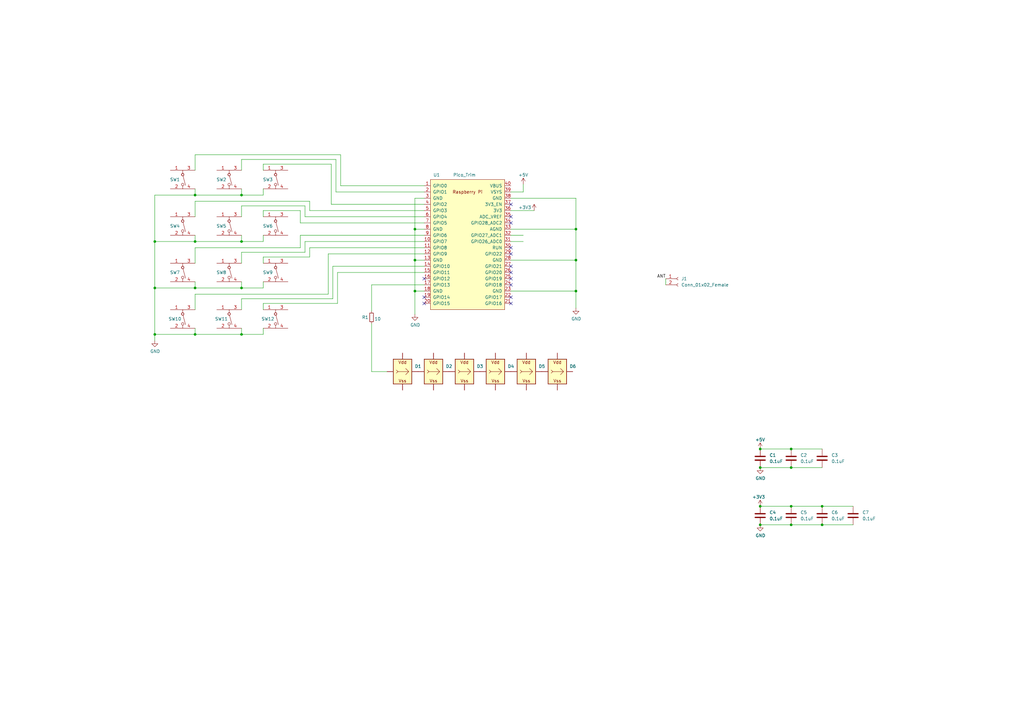
<source format=kicad_sch>
(kicad_sch (version 20230121) (generator eeschema)
  (paper "A3")
  (lib_symbols
    (symbol "Connector:Conn_01x02_Female" (pin_names (offset 1.016) hide)
      (property "Reference" "J" (at 0 2.54 0))
      (property "Value" "Conn_01x02_Female" (at 0 -5.08 0))
      (symbol "Conn_01x02_Female_1_1"
        (arc (start 0 -2.032) (mid -0.5058 -2.54) (end 0 -3.048) (stroke (width 0.1524)))
        (polyline (pts (xy -1.27 -2.54) (xy -0.508 -2.54)) (stroke (width 0.1524)))
        (polyline (pts (xy -1.27 0) (xy -0.508 0)) (stroke (width 0.1524)))
        (arc (start 0 0.508) (mid -0.5058 0) (end 0 -0.508) (stroke (width 0.1524)))
        (pin passive line (at -5.08 0 0) (length 3.81) (name "Pin_1") (number "1"))
        (pin passive line (at -5.08 -2.54 0) (length 3.81) (name "Pin_2") (number "2"))
      )
    )
    (symbol "Device:C" (pin_numbers hide) (pin_names (offset 0.254))
      (property "Reference" "C" (at 0.635 2.54 0))
      (property "Value" "C" (at 0.635 -2.54 0))
      (symbol "C_0_1"
        (polyline (pts (xy -2.032 -0.762) (xy 2.032 -0.762)) (stroke (width 0.508)))
        (polyline (pts (xy -2.032 0.762) (xy 2.032 0.762)) (stroke (width 0.508)))
      )
      (symbol "C_1_1"
        (pin passive line (at 0 3.81 270) (length 2.794) (name "~") (number "1"))
        (pin passive line (at 0 -3.81 90) (length 2.794) (name "~") (number "2"))
      )
    )
    (symbol "Device:R_Small" (pin_numbers hide) (pin_names (offset 0.254) hide)
      (property "Reference" "R" (at 0.762 0.508 0))
      (property "Value" "R_Small" (at 0.762 -1.016 0))
      (symbol "R_Small_0_1"
        (rectangle (start -0.762 1.778) (end 0.762 -1.778) (stroke (width 0.2032)))
      )
      (symbol "R_Small_1_1"
        (pin passive line (at 0 2.54 270) (length 0.762) (name "~") (number "1"))
        (pin passive line (at 0 -2.54 90) (length 0.762) (name "~") (number "2"))
      )
    )
    (symbol "aic_pico:Pico_Trim" (pin_names (offset 1.016))
      (property "Reference" "U" (at -13.97 27.94 0))
      (property "Value" "Pico_Trim" (at 0 19.05 0))
      (symbol "Pico_Trim_0_0"
        (text "Raspberry Pi" (at 0 21.59 0) (effects (font (size 1.27 1.27))))
      )
      (symbol "Pico_Trim_0_1"
        (rectangle (start -15.24 26.67) (end 15.24 -26.67) (fill (type background)))
      )
      (symbol "Pico_Trim_1_1"
        (pin bidirectional line (at -17.78 24.13 0) (length 2.54) (name "GPIO0") (number "1"))
        (pin bidirectional line (at -17.78 1.27 0) (length 2.54) (name "GPIO7") (number "10"))
        (pin bidirectional line (at -17.78 -1.27 0) (length 2.54) (name "GPIO8") (number "11"))
        (pin bidirectional line (at -17.78 -3.81 0) (length 2.54) (name "GPIO9") (number "12"))
        (pin power_in line (at -17.78 -6.35 0) (length 2.54) (name "GND") (number "13"))
        (pin bidirectional line (at -17.78 -8.89 0) (length 2.54) (name "GPIO10") (number "14"))
        (pin bidirectional line (at -17.78 -11.43 0) (length 2.54) (name "GPIO11") (number "15"))
        (pin bidirectional line (at -17.78 -13.97 0) (length 2.54) (name "GPIO12") (number "16"))
        (pin bidirectional line (at -17.78 -16.51 0) (length 2.54) (name "GPIO13") (number "17"))
        (pin power_in line (at -17.78 -19.05 0) (length 2.54) (name "GND") (number "18"))
        (pin bidirectional line (at -17.78 -21.59 0) (length 2.54) (name "GPIO14") (number "19"))
        (pin bidirectional line (at -17.78 21.59 0) (length 2.54) (name "GPIO1") (number "2"))
        (pin bidirectional line (at -17.78 -24.13 0) (length 2.54) (name "GPIO15") (number "20"))
        (pin bidirectional line (at 17.78 -24.13 180) (length 2.54) (name "GPIO16") (number "21"))
        (pin bidirectional line (at 17.78 -21.59 180) (length 2.54) (name "GPIO17") (number "22"))
        (pin power_in line (at 17.78 -19.05 180) (length 2.54) (name "GND") (number "23"))
        (pin bidirectional line (at 17.78 -16.51 180) (length 2.54) (name "GPIO18") (number "24"))
        (pin bidirectional line (at 17.78 -13.97 180) (length 2.54) (name "GPIO19") (number "25"))
        (pin bidirectional line (at 17.78 -11.43 180) (length 2.54) (name "GPIO20") (number "26"))
        (pin bidirectional line (at 17.78 -8.89 180) (length 2.54) (name "GPIO21") (number "27"))
        (pin power_in line (at 17.78 -6.35 180) (length 2.54) (name "GND") (number "28"))
        (pin bidirectional line (at 17.78 -3.81 180) (length 2.54) (name "GPIO22") (number "29"))
        (pin power_in line (at -17.78 19.05 0) (length 2.54) (name "GND") (number "3"))
        (pin input line (at 17.78 -1.27 180) (length 2.54) (name "RUN") (number "30"))
        (pin bidirectional line (at 17.78 1.27 180) (length 2.54) (name "GPIO26_ADC0") (number "31"))
        (pin bidirectional line (at 17.78 3.81 180) (length 2.54) (name "GPIO27_ADC1") (number "32"))
        (pin power_in line (at 17.78 6.35 180) (length 2.54) (name "AGND") (number "33"))
        (pin bidirectional line (at 17.78 8.89 180) (length 2.54) (name "GPIO28_ADC2") (number "34"))
        (pin unspecified line (at 17.78 11.43 180) (length 2.54) (name "ADC_VREF") (number "35"))
        (pin unspecified line (at 17.78 13.97 180) (length 2.54) (name "3V3") (number "36"))
        (pin input line (at 17.78 16.51 180) (length 2.54) (name "3V3_EN") (number "37"))
        (pin bidirectional line (at 17.78 19.05 180) (length 2.54) (name "GND") (number "38"))
        (pin unspecified line (at 17.78 21.59 180) (length 2.54) (name "VSYS") (number "39"))
        (pin bidirectional line (at -17.78 16.51 0) (length 2.54) (name "GPIO2") (number "4"))
        (pin unspecified line (at 17.78 24.13 180) (length 2.54) (name "VBUS") (number "40"))
        (pin bidirectional line (at -17.78 13.97 0) (length 2.54) (name "GPIO3") (number "5"))
        (pin bidirectional line (at -17.78 11.43 0) (length 2.54) (name "GPIO4") (number "6"))
        (pin bidirectional line (at -17.78 8.89 0) (length 2.54) (name "GPIO5") (number "7"))
        (pin power_in line (at -17.78 6.35 0) (length 2.54) (name "GND") (number "8"))
        (pin bidirectional line (at -17.78 3.81 0) (length 2.54) (name "GPIO6") (number "9"))
      )
    )
    (symbol "aic_pico:SKRR_4pin" (pin_names (offset 0) hide)
      (property "Reference" "SW?" (at -0.635 -7.62 0))
      (symbol "SKRR_4pin_0_0"
        (circle (center 0 -2.032) (radius 0.508))
        (polyline (pts (xy 0.127 1.524) (xy 1.1684 -2.3622)))
        (circle (center 0 2.032) (radius 0.508))
        (circle (center 0 2.032) (radius 0.508))
      )
      (symbol "SKRR_4pin_0_1"
        (polyline (pts (xy 0 -2.54) (xy 0 -3.81)))
        (polyline (pts (xy 0 3.81) (xy 0 2.54)))
      )
      (symbol "SKRR_4pin_1_1"
        (pin passive line (at -5.08 3.81 0) (length 5.08) (name "~") (number "1"))
        (pin passive line (at -5.08 -3.81 0) (length 5.08) (name "~") (number "2"))
        (pin passive line (at 5.08 3.81 180) (length 5.08) (name "~") (number "3"))
        (pin passive line (at 5.08 -3.81 180) (length 5.08) (name "~") (number "4"))
      )
    )
    (symbol "aic_pico:WS2812B_Unified" (pin_numbers hide) (pin_names (offset 0.254) hide)
      (property "Reference" "D10" (at 2.54 6.35 0))
      (symbol "WS2812B_Unified_0_0"
        (polyline (pts (xy -1.905 0) (xy 2.54 0) (xy 1.27 1.27)))
        (text "Vdd" (at 0 3.81 0) (effects (font (size 1.27 1.27))))
        (text "Vss" (at 0 -3.81 0) (effects (font (size 1.27 1.27))))
      )
      (symbol "WS2812B_Unified_0_1"
        (rectangle (start -3.81 5.08) (end 3.81 -5.08) (stroke (width 0.254)) (fill (type background)))
        (polyline (pts (xy 1.27 -1.27) (xy 2.54 0)))
        (polyline (pts (xy -2.54 0.635) (xy -1.905 0) (xy -2.54 -0.635)))
      )
      (symbol "WS2812B_Unified_1_1"
        (pin power_in line (at 0 -7.62 90) (length 2.54) (name "VSS") (number "G"))
        (pin input line (at -6.35 0 0) (length 2.54) (name "In") (number "I"))
        (pin output line (at 6.35 0 180) (length 2.54) (name "Out") (number "O"))
        (pin power_in line (at 0 7.62 270) (length 2.54) (name "VDD") (number "V"))
      )
    )
    (symbol "power:+3V3" (power) (pin_names (offset 0))
      (property "Value" "+3V3" (at 0 3.556 0))
      (symbol "+3V3_0_1"
        (polyline (pts (xy -0.762 1.27) (xy 0 2.54)))
        (polyline (pts (xy 0 0) (xy 0 2.54)))
        (polyline (pts (xy 0 2.54) (xy 0.762 1.27)))
      )
      (symbol "+3V3_1_1"
        (pin power_in line (at 0 0 90) (length 0) hide (name "+3V3") (number "1"))
      )
    )
    (symbol "power:+5V" (power) (pin_names (offset 0))
      (property "Value" "+5V" (at 0 3.556 0))
      (symbol "+5V_0_1"
        (polyline (pts (xy -0.762 1.27) (xy 0 2.54)))
        (polyline (pts (xy 0 0) (xy 0 2.54)))
        (polyline (pts (xy 0 2.54) (xy 0.762 1.27)))
      )
      (symbol "+5V_1_1"
        (pin power_in line (at 0 0 90) (length 0) hide (name "+5V") (number "1"))
      )
    )
    (symbol "power:GND" (power) (pin_names (offset 0))
      (property "Value" "GND" (at 0 -3.81 0))
      (symbol "GND_0_1"
        (polyline (pts (xy 0 0) (xy 0 -1.27) (xy 1.27 -1.27) (xy 0 -2.54) (xy -1.27 -1.27) (xy 0 -1.27)))
      )
      (symbol "GND_1_1"
        (pin power_in line (at 0 0 270) (length 0) hide (name "GND") (number "1"))
      )
    )
  )
  (junction (at 80.01 118.11))
  (junction (at 63.5 118.11))
  (junction (at 80.01 137.16))
  (junction (at 311.785 207.645))
  (junction (at 337.185 207.645))
  (junction (at 311.785 215.265))
  (junction (at 324.485 191.77))
  (junction (at 311.785 184.15))
  (junction (at 337.185 215.265))
  (junction (at 170.18 119.38))
  (junction (at 311.785 191.77))
  (junction (at 63.5 99.06))
  (junction (at 99.06 99.06))
  (junction (at 80.01 80.01))
  (junction (at 99.06 118.11))
  (junction (at 99.06 137.16))
  (junction (at 63.5 137.16))
  (junction (at 324.485 207.645))
  (junction (at 324.485 184.15))
  (junction (at 170.18 106.68))
  (junction (at 324.485 215.265))
  (junction (at 170.18 93.98))
  (junction (at 99.06 80.01))
  (junction (at 236.22 106.68))
  (junction (at 236.22 93.98))
  (junction (at 236.22 119.38))
  (junction (at 80.01 99.06))
  (no_connect (at 209.55 101.6))
  (no_connect (at 209.55 104.14))
  (no_connect (at 209.55 109.22))
  (no_connect (at 209.55 111.76))
  (no_connect (at 209.55 114.3))
  (no_connect (at 209.55 83.82))
  (no_connect (at 209.55 88.9))
  (no_connect (at 173.99 121.92))
  (no_connect (at 209.55 91.44))
  (no_connect (at 173.99 124.46))
  (no_connect (at 209.55 116.84))
  (no_connect (at 173.99 114.3))
  (no_connect (at 209.55 121.92))
  (no_connect (at 209.55 124.46))
  (wire (pts (xy 138.43 111.76) (xy 138.43 124.46)))
  (wire (pts (xy 99.06 122.555) (xy 99.06 127)))
  (wire (pts (xy 134.62 120.65) (xy 80.01 120.65)))
  (wire (pts (xy 209.55 86.36) (xy 219.075 86.36)))
  (wire (pts (xy 63.5 80.01) (xy 80.01 80.01)))
  (wire (pts (xy 170.18 81.28) (xy 170.18 93.98)))
  (wire (pts (xy 173.99 116.84) (xy 152.4 116.84)))
  (wire (pts (xy 209.55 119.38) (xy 236.22 119.38)))
  (wire (pts (xy 125.095 103.505) (xy 99.06 103.505)))
  (wire (pts (xy 107.95 134.62) (xy 107.95 137.16)))
  (wire (pts (xy 236.22 81.28) (xy 236.22 93.98)))
  (wire (pts (xy 99.06 118.11) (xy 80.01 118.11)))
  (wire (pts (xy 80.01 77.47) (xy 80.01 80.01)))
  (wire (pts (xy 173.99 101.6) (xy 127 101.6)))
  (wire (pts (xy 173.99 109.22) (xy 136.525 109.22)))
  (wire (pts (xy 80.01 82.55) (xy 80.01 88.9)))
  (wire (pts (xy 107.95 107.95) (xy 107.95 105.41)))
  (wire (pts (xy 209.55 99.06) (xy 214.63 99.06)))
  (wire (pts (xy 137.795 65.405) (xy 99.06 65.405)))
  (wire (pts (xy 173.99 83.82) (xy 135.89 83.82)))
  (wire (pts (xy 170.18 93.98) (xy 170.18 106.68)))
  (wire (pts (xy 324.485 207.645) (xy 337.185 207.645)))
  (wire (pts (xy 236.22 119.38) (xy 236.22 126.365)))
  (wire (pts (xy 123.19 96.52) (xy 123.19 101.6)))
  (wire (pts (xy 209.55 96.52) (xy 214.63 96.52)))
  (wire (pts (xy 324.485 184.15) (xy 337.185 184.15)))
  (wire (pts (xy 80.01 101.6) (xy 80.01 107.95)))
  (wire (pts (xy 135.89 83.82) (xy 135.89 67.31)))
  (wire (pts (xy 125.095 84.455) (xy 99.06 84.455)))
  (wire (pts (xy 107.95 77.47) (xy 107.95 80.01)))
  (wire (pts (xy 173.99 86.36) (xy 127 86.36)))
  (wire (pts (xy 107.95 96.52) (xy 107.95 99.06)))
  (wire (pts (xy 107.95 137.16) (xy 99.06 137.16)))
  (wire (pts (xy 80.01 118.11) (xy 63.5 118.11)))
  (wire (pts (xy 63.5 118.11) (xy 63.5 137.16)))
  (wire (pts (xy 125.095 88.9) (xy 125.095 84.455)))
  (wire (pts (xy 123.19 91.44) (xy 123.19 86.36)))
  (wire (pts (xy 99.06 65.405) (xy 99.06 69.85)))
  (wire (pts (xy 337.185 215.265) (xy 349.885 215.265)))
  (wire (pts (xy 173.99 91.44) (xy 123.19 91.44)))
  (wire (pts (xy 173.99 104.14) (xy 134.62 104.14)))
  (wire (pts (xy 99.06 103.505) (xy 99.06 107.95)))
  (wire (pts (xy 63.5 99.06) (xy 63.5 118.11)))
  (wire (pts (xy 136.525 109.22) (xy 136.525 122.555)))
  (wire (pts (xy 99.06 84.455) (xy 99.06 88.9)))
  (wire (pts (xy 173.99 96.52) (xy 123.19 96.52)))
  (wire (pts (xy 125.095 99.06) (xy 125.095 103.505)))
  (wire (pts (xy 152.4 116.84) (xy 152.4 127.635)))
  (wire (pts (xy 99.06 96.52) (xy 99.06 99.06)))
  (wire (pts (xy 107.95 105.41) (xy 127 105.41)))
  (wire (pts (xy 173.99 76.2) (xy 139.7 76.2)))
  (wire (pts (xy 173.99 78.74) (xy 137.795 78.74)))
  (wire (pts (xy 107.95 86.36) (xy 123.19 86.36)))
  (wire (pts (xy 173.99 88.9) (xy 125.095 88.9)))
  (wire (pts (xy 80.01 120.65) (xy 80.01 127)))
  (wire (pts (xy 311.785 191.77) (xy 324.485 191.77)))
  (wire (pts (xy 80.01 99.06) (xy 63.5 99.06)))
  (wire (pts (xy 80.01 134.62) (xy 80.01 137.16)))
  (wire (pts (xy 107.95 124.46) (xy 138.43 124.46)))
  (wire (pts (xy 99.06 80.01) (xy 107.95 80.01)))
  (wire (pts (xy 214.63 78.74) (xy 209.55 78.74)))
  (wire (pts (xy 127 82.55) (xy 80.01 82.55)))
  (wire (pts (xy 107.95 88.9) (xy 107.95 86.36)))
  (wire (pts (xy 170.18 106.68) (xy 170.18 119.38)))
  (wire (pts (xy 324.485 191.77) (xy 337.185 191.77)))
  (wire (pts (xy 107.95 69.85) (xy 107.95 67.31)))
  (wire (pts (xy 99.06 134.62) (xy 99.06 137.16)))
  (wire (pts (xy 173.99 99.06) (xy 125.095 99.06)))
  (wire (pts (xy 99.06 137.16) (xy 80.01 137.16)))
  (wire (pts (xy 337.185 207.645) (xy 349.885 207.645)))
  (wire (pts (xy 80.01 115.57) (xy 80.01 118.11)))
  (wire (pts (xy 152.4 132.715) (xy 152.4 152.4)))
  (wire (pts (xy 136.525 122.555) (xy 99.06 122.555)))
  (wire (pts (xy 107.95 67.31) (xy 135.89 67.31)))
  (wire (pts (xy 173.99 81.28) (xy 170.18 81.28)))
  (wire (pts (xy 170.18 119.38) (xy 173.99 119.38)))
  (wire (pts (xy 236.22 106.68) (xy 236.22 119.38)))
  (wire (pts (xy 127 86.36) (xy 127 82.55)))
  (wire (pts (xy 127 101.6) (xy 127 105.41)))
  (wire (pts (xy 173.99 111.76) (xy 138.43 111.76)))
  (wire (pts (xy 209.55 81.28) (xy 236.22 81.28)))
  (wire (pts (xy 99.06 115.57) (xy 99.06 118.11)))
  (wire (pts (xy 209.55 106.68) (xy 236.22 106.68)))
  (wire (pts (xy 236.22 93.98) (xy 236.22 106.68)))
  (wire (pts (xy 324.485 215.265) (xy 337.185 215.265)))
  (wire (pts (xy 311.785 215.265) (xy 324.485 215.265)))
  (wire (pts (xy 209.55 93.98) (xy 236.22 93.98)))
  (wire (pts (xy 139.7 76.2) (xy 139.7 63.5)))
  (wire (pts (xy 152.4 152.4) (xy 158.75 152.4)))
  (wire (pts (xy 63.5 80.01) (xy 63.5 99.06)))
  (wire (pts (xy 80.01 63.5) (xy 80.01 69.85)))
  (wire (pts (xy 134.62 104.14) (xy 134.62 120.65)))
  (wire (pts (xy 80.01 96.52) (xy 80.01 99.06)))
  (wire (pts (xy 311.785 184.15) (xy 324.485 184.15)))
  (wire (pts (xy 107.95 127) (xy 107.95 124.46)))
  (wire (pts (xy 170.18 93.98) (xy 173.99 93.98)))
  (wire (pts (xy 107.95 118.11) (xy 99.06 118.11)))
  (wire (pts (xy 80.01 80.01) (xy 99.06 80.01)))
  (wire (pts (xy 63.5 137.16) (xy 63.5 139.7)))
  (wire (pts (xy 80.01 137.16) (xy 63.5 137.16)))
  (wire (pts (xy 214.63 75.565) (xy 214.63 78.74)))
  (wire (pts (xy 99.06 99.06) (xy 80.01 99.06)))
  (wire (pts (xy 107.95 99.06) (xy 99.06 99.06)))
  (wire (pts (xy 170.18 119.38) (xy 170.18 128.905)))
  (wire (pts (xy 273.05 114.3) (xy 273.05 116.84)))
  (wire (pts (xy 170.18 106.68) (xy 173.99 106.68)))
  (wire (pts (xy 311.785 207.645) (xy 324.485 207.645)))
  (wire (pts (xy 139.7 63.5) (xy 80.01 63.5)))
  (wire (pts (xy 123.19 101.6) (xy 80.01 101.6)))
  (wire (pts (xy 107.95 115.57) (xy 107.95 118.11)))
  (wire (pts (xy 99.06 77.47) (xy 99.06 80.01)))
  (wire (pts (xy 137.795 78.74) (xy 137.795 65.405)))
  (label "ANT" (at 273.05 114.3 180))
  (symbol (lib_id "power:+5V") (at 214.63 75.565 0) (unit 1)
    (property "Reference" "#PWR0114" (effects hide))
    (property "Value" "+5V" (at 214.63 71.755 0))
  )
  (symbol (lib_id "aic_pico:SKRR_4pin") (at 93.98 130.81 0) (unit 1)
    (property "Reference" "SW11" (at 90.805 130.81 0))
    (property "Value" "SKRR_4pin" (effects hide))
    (property "Footprint" "aic_pico:SKRR" (effects hide))
  )
  (symbol (lib_id "Device:C") (at 311.785 211.455 0) (unit 1)
    (property "Reference" "C4" (at 315.595 210.1849 0) (effects (justify left)))
    (property "Value" "0.1uF" (at 315.595 212.7249 0) (effects (justify left)))
    (property "Footprint" "Capacitor_SMD:C_0603_1608Metric_Pad1.08x0.95mm_HandSolder" (effects hide))
  )
  (symbol (lib_id "Device:C") (at 337.185 187.96 0) (unit 1)
    (property "Reference" "C3" (at 340.995 186.6899 0) (effects (justify left)))
    (property "Value" "0.1uF" (at 340.995 189.2299 0) (effects (justify left)))
    (property "Footprint" "Capacitor_SMD:C_0603_1608Metric_Pad1.08x0.95mm_HandSolder" (effects hide))
  )
  (symbol (lib_id "aic_pico:WS2812B_Unified") (at 165.1 152.4 0) (unit 1)
    (property "Reference" "D1" (at 171.45 150.241 0))
    (property "Value" "WS2812B_Unified" (effects hide))
    (property "Footprint" "aic_pico:WS2812B-1204" (effects hide))
  )
  (symbol (lib_id "Device:C") (at 349.885 211.455 0) (unit 1)
    (property "Reference" "C7" (at 353.695 210.1849 0) (effects (justify left)))
    (property "Value" "0.1uF" (at 353.695 212.7249 0) (effects (justify left)))
    (property "Footprint" "Capacitor_SMD:C_0603_1608Metric_Pad1.08x0.95mm_HandSolder" (effects hide))
  )
  (symbol (lib_id "power:+3V3") (at 311.785 207.645 0) (unit 1)
    (property "Reference" "#PWR0105" (effects hide))
    (property "Value" "+3V3" (at 311.15 203.835 0))
  )
  (symbol (lib_id "power:GND") (at 311.785 215.265 0) (unit 1)
    (property "Reference" "#PWR0116" (effects hide))
    (property "Value" "GND" (at 311.912 219.6592 0))
  )
  (symbol (lib_id "Device:R_Small") (at 152.4 130.175 180) (unit 1)
    (property "Reference" "R1" (at 151.13 130.175 0) (effects (justify left)))
    (property "Value" "10" (at 156.21 130.81 0) (effects (justify left)))
    (property "Footprint" "Resistor_SMD:R_0603_1608Metric" (effects hide))
    (property "LCSC" "C23186" (effects hide))
  )
  (symbol (lib_id "power:GND") (at 170.18 128.905 0) (unit 1)
    (property "Reference" "#PWR0125" (effects hide))
    (property "Value" "GND" (at 170.307 133.2992 0))
  )
  (symbol (lib_id "power:GND") (at 236.22 126.365 0) (unit 1)
    (property "Reference" "#PWR0103" (effects hide))
    (property "Value" "GND" (at 236.347 130.7592 0))
  )
  (symbol (lib_id "aic_pico:SKRR_4pin") (at 93.98 73.66 0) (unit 1)
    (property "Reference" "SW2" (at 90.805 73.66 0))
    (property "Value" "SKRR_4pin" (effects hide))
    (property "Footprint" "aic_pico:SKRR" (effects hide))
  )
  (symbol (lib_id "aic_pico:SKRR_4pin") (at 74.93 73.66 0) (unit 1)
    (property "Reference" "SW1" (at 71.755 73.66 0))
    (property "Value" "SKRR_4pin" (effects hide))
    (property "Footprint" "aic_pico:SKRR" (effects hide))
  )
  (symbol (lib_id "Device:C") (at 337.185 211.455 0) (unit 1)
    (property "Reference" "C6" (at 340.995 210.1849 0) (effects (justify left)))
    (property "Value" "0.1uF" (at 340.995 212.7249 0) (effects (justify left)))
    (property "Footprint" "Capacitor_SMD:C_0603_1608Metric_Pad1.08x0.95mm_HandSolder" (effects hide))
  )
  (symbol (lib_id "aic_pico:SKRR_4pin") (at 93.98 92.71 0) (unit 1)
    (property "Reference" "SW5" (at 90.805 92.71 0))
    (property "Value" "SKRR_4pin" (effects hide))
    (property "Footprint" "aic_pico:SKRR" (effects hide))
  )
  (symbol (lib_id "aic_pico:WS2812B_Unified") (at 190.5 152.4 0) (unit 1)
    (property "Reference" "D3" (at 196.85 150.241 0))
    (property "Value" "WS2812B_Unified" (effects hide))
    (property "Footprint" "aic_pico:WS2812B-1204" (effects hide))
  )
  (symbol (lib_id "aic_pico:SKRR_4pin") (at 74.93 92.71 0) (unit 1)
    (property "Reference" "SW4" (at 71.755 92.71 0))
    (property "Value" "SKRR_4pin" (effects hide))
    (property "Footprint" "aic_pico:SKRR" (effects hide))
  )
  (symbol (lib_id "aic_pico:SKRR_4pin") (at 74.93 111.76 0) (unit 1)
    (property "Reference" "SW7" (at 71.755 111.76 0))
    (property "Value" "SKRR_4pin" (effects hide))
    (property "Footprint" "aic_pico:SKRR" (effects hide))
  )
  (symbol (lib_id "Device:C") (at 324.485 211.455 0) (unit 1)
    (property "Reference" "C5" (at 328.295 210.1849 0) (effects (justify left)))
    (property "Value" "0.1uF" (at 328.295 212.7249 0) (effects (justify left)))
    (property "Footprint" "Capacitor_SMD:C_0603_1608Metric_Pad1.08x0.95mm_HandSolder" (effects hide))
  )
  (symbol (lib_id "aic_pico:Pico_Trim") (at 191.77 100.33 0) (unit 1)
    (property "Reference" "U1" (at 179.07 71.755 0))
    (property "Value" "Pico_Trim" (at 190.5 71.755 0))
    (property "Footprint" "aic_pico:RPi_Pico_SMD_No_USB" (effects hide))
  )
  (symbol (lib_id "aic_pico:WS2812B_Unified") (at 203.2 152.4 0) (unit 1)
    (property "Reference" "D4" (at 209.55 150.241 0))
    (property "Value" "WS2812B_Unified" (effects hide))
    (property "Footprint" "aic_pico:WS2812B-1204" (effects hide))
  )
  (symbol (lib_id "aic_pico:SKRR_4pin") (at 93.98 111.76 0) (unit 1)
    (property "Reference" "SW8" (at 90.805 111.76 0))
    (property "Value" "SKRR_4pin" (effects hide))
    (property "Footprint" "aic_pico:SKRR" (effects hide))
  )
  (symbol (lib_id "aic_pico:SKRR_4pin") (at 113.03 73.66 0) (unit 1)
    (property "Reference" "SW3" (at 109.855 73.66 0))
    (property "Value" "SKRR_4pin" (effects hide))
    (property "Footprint" "aic_pico:SKRR" (effects hide))
  )
  (symbol (lib_id "Device:C") (at 311.785 187.96 0) (unit 1)
    (property "Reference" "C1" (at 315.595 186.6899 0) (effects (justify left)))
    (property "Value" "0.1uF" (at 315.595 189.2299 0) (effects (justify left)))
    (property "Footprint" "Capacitor_SMD:C_0603_1608Metric_Pad1.08x0.95mm_HandSolder" (effects hide))
  )
  (symbol (lib_id "power:+5V") (at 311.785 184.15 0) (unit 1)
    (property "Reference" "#PWR0107" (effects hide))
    (property "Value" "+5V" (at 311.785 180.34 0))
  )
  (symbol (lib_id "aic_pico:WS2812B_Unified") (at 228.6 152.4 0) (unit 1)
    (property "Reference" "D6" (at 234.95 150.241 0))
    (property "Value" "WS2812B_Unified" (effects hide))
    (property "Footprint" "aic_pico:WS2812B-1204" (effects hide))
  )
  (symbol (lib_id "Connector:Conn_01x02_Female") (at 278.13 114.3 0) (unit 1)
    (property "Reference" "J1" (at 279.4 114.2999 0) (effects (justify left)))
    (property "Value" "Conn_01x02_Female" (at 279.4 116.8399 0) (effects (justify left)))
    (property "Footprint" "aic_pico:ANT_2P" (effects hide))
  )
  (symbol (lib_id "power:GND") (at 311.785 191.77 0) (unit 1)
    (property "Reference" "#PWR0106" (effects hide))
    (property "Value" "GND" (at 311.912 196.1642 0))
  )
  (symbol (lib_id "aic_pico:SKRR_4pin") (at 113.03 111.76 0) (unit 1)
    (property "Reference" "SW9" (at 109.855 111.76 0))
    (property "Value" "SKRR_4pin" (effects hide))
    (property "Footprint" "aic_pico:SKRR" (effects hide))
  )
  (symbol (lib_id "power:GND") (at 63.5 139.7 0) (unit 1)
    (property "Reference" "#PWR0118" (effects hide))
    (property "Value" "GND" (at 63.627 144.0942 0))
  )
  (symbol (lib_id "aic_pico:SKRR_4pin") (at 113.03 130.81 0) (unit 1)
    (property "Reference" "SW12" (at 109.855 130.81 0))
    (property "Value" "SKRR_4pin" (effects hide))
    (property "Footprint" "aic_pico:SKRR" (effects hide))
  )
  (symbol (lib_id "aic_pico:SKRR_4pin") (at 113.03 92.71 0) (unit 1)
    (property "Reference" "SW6" (at 109.855 92.71 0))
    (property "Value" "SKRR_4pin" (effects hide))
    (property "Footprint" "aic_pico:SKRR" (effects hide))
  )
  (symbol (lib_id "aic_pico:WS2812B_Unified") (at 215.9 152.4 0) (unit 1)
    (property "Reference" "D5" (at 222.25 150.241 0))
    (property "Value" "WS2812B_Unified" (effects hide))
    (property "Footprint" "aic_pico:WS2812B-1204" (effects hide))
  )
  (symbol (lib_id "power:+3V3") (at 219.075 86.36 0) (unit 1)
    (property "Reference" "#PWR0111" (effects hide))
    (property "Value" "+3V3" (at 215.265 85.09 0))
  )
  (symbol (lib_id "aic_pico:WS2812B_Unified") (at 177.8 152.4 0) (unit 1)
    (property "Reference" "D2" (at 184.15 150.241 0))
    (property "Value" "WS2812B_Unified" (effects hide))
    (property "Footprint" "aic_pico:WS2812B-1204" (effects hide))
  )
  (symbol (lib_id "Device:C") (at 324.485 187.96 0) (unit 1)
    (property "Reference" "C2" (at 328.295 186.6899 0) (effects (justify left)))
    (property "Value" "0.1uF" (at 328.295 189.2299 0) (effects (justify left)))
    (property "Footprint" "Capacitor_SMD:C_0603_1608Metric_Pad1.08x0.95mm_HandSolder" (effects hide))
  )
  (symbol (lib_id "aic_pico:SKRR_4pin") (at 74.93 130.81 0) (unit 1)
    (property "Reference" "SW10" (at 71.755 130.81 0))
    (property "Value" "SKRR_4pin" (effects hide))
    (property "Footprint" "aic_pico:SKRR" (effects hide))
  )
)
</source>
